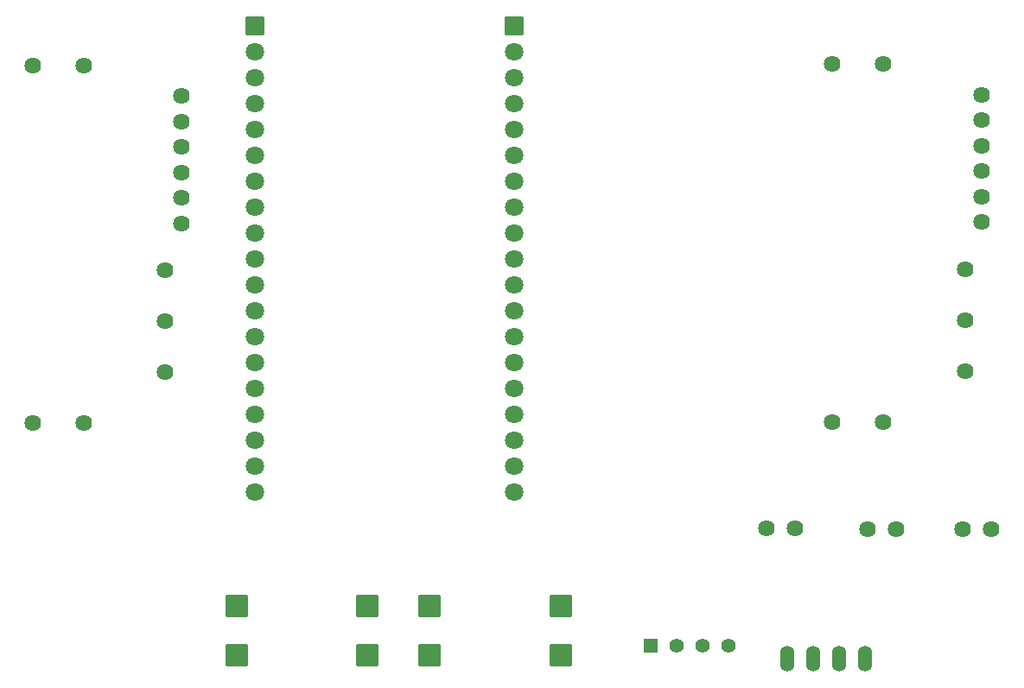
<source format=gbs>
G04 Layer: BottomSolderMaskLayer*
G04 EasyEDA v6.5.15, 2022-09-06 17:38:20*
G04 Gerber Generator version 0.2*
G04 Scale: 100 percent, Rotated: No, Reflected: No *
G04 Dimensions in millimeters *
G04 leading zeros omitted , absolute positions ,4 integer and 5 decimal *
%FSLAX45Y45*%
%MOMM*%

%AMMACRO1*1,1,$1,$2,$3*1,1,$1,$4,$5*1,1,$1,0-$2,0-$3*1,1,$1,0-$4,0-$5*20,1,$1,$2,$3,$4,$5,0*20,1,$1,$4,$5,0-$2,0-$3,0*20,1,$1,0-$2,0-$3,0-$4,0-$5,0*20,1,$1,0-$4,0-$5,$2,$3,0*4,1,4,$2,$3,$4,$5,0-$2,0-$3,0-$4,0-$5,$2,$3,0*%
%ADD10MACRO1,0.1016X-0.654X0.6541X0.654X0.6541*%
%ADD11C,1.4097*%
%ADD12C,1.8016*%
%ADD13MACRO1,0.1016X0.85X-0.85X-0.85X-0.85*%
%ADD14C,1.6256*%
%ADD15MACRO1,0.2032X-1X1X1X1*%
%ADD16O,1.39954X2.51968*%

%LPD*%
D10*
G01*
X9886414Y-582650D03*
D11*
G01*
X10140414Y-582650D03*
G01*
X10394414Y-582650D03*
G01*
X10648414Y-582650D03*
D12*
G01*
X8546614Y5246662D03*
G01*
X8546614Y4992662D03*
G01*
X8546614Y4738662D03*
G01*
X8546614Y4484662D03*
G01*
X8546614Y4230662D03*
G01*
X8546614Y3976662D03*
G01*
X8546614Y3722662D03*
G01*
X8546614Y3468662D03*
G01*
X8546614Y3214662D03*
G01*
X8546614Y2960662D03*
G01*
X8546614Y2706662D03*
G01*
X8546614Y2452662D03*
G01*
X8546614Y2198662D03*
G01*
X8546614Y1944662D03*
G01*
X8546614Y1690662D03*
G01*
X6006614Y4992662D03*
G01*
X6006614Y4738662D03*
G01*
X6006614Y4484662D03*
G01*
X6006614Y4230662D03*
G01*
X6006614Y3976662D03*
G01*
X6006614Y3722662D03*
G01*
X6006614Y3468662D03*
G01*
X6006614Y3214662D03*
G01*
X6006614Y2960662D03*
G01*
X6006614Y2706662D03*
G01*
X6006614Y2452662D03*
G01*
X6006614Y2198662D03*
G01*
X6006614Y1944662D03*
G01*
X6006614Y1690662D03*
G01*
X6006614Y5246662D03*
G01*
X8546614Y1436662D03*
G01*
X8546614Y1182662D03*
D13*
G01*
X8546602Y5500649D03*
G01*
X6006602Y5500649D03*
D12*
G01*
X6006614Y1436662D03*
G01*
X6006614Y1182662D03*
G01*
X8546614Y928662D03*
G01*
X6006614Y928662D03*
D14*
G01*
X4329887Y5109108D03*
G01*
X3829888Y5109108D03*
G01*
X4329887Y1599107D03*
G01*
X3829888Y1599107D03*
G01*
X5129911Y2099106D03*
G01*
X5129911Y2599105D03*
G01*
X5129911Y3099104D03*
G01*
X5289905Y4809109D03*
G01*
X5289905Y4559096D03*
G01*
X5289905Y4309110D03*
G01*
X5289905Y4059097D03*
G01*
X5289905Y3809111D03*
G01*
X5289905Y3559098D03*
G01*
X12165302Y5123357D03*
G01*
X11665303Y5123357D03*
G01*
X12165302Y1613357D03*
G01*
X11665303Y1613357D03*
G01*
X12965325Y2113356D03*
G01*
X12965325Y2613355D03*
G01*
X12965325Y3113354D03*
G01*
X13125320Y4823358D03*
G01*
X13125320Y4573346D03*
G01*
X13125320Y4323359D03*
G01*
X13125320Y4073347D03*
G01*
X13125320Y3823360D03*
G01*
X13125320Y3573348D03*
G01*
X11303000Y571500D03*
G01*
X11023600Y571500D03*
G01*
X12293600Y558800D03*
G01*
X12014200Y558800D03*
G01*
X13220700Y558800D03*
G01*
X12941300Y558800D03*
D15*
G01*
X7111514Y-671550D03*
G01*
X7111514Y-188950D03*
G01*
X5828814Y-188950D03*
G01*
X5828814Y-671550D03*
G01*
X9003814Y-671550D03*
G01*
X9003814Y-188950D03*
G01*
X7721114Y-188950D03*
G01*
X7721114Y-671550D03*
D16*
G01*
X11226314Y-709650D03*
G01*
X11480314Y-709650D03*
G01*
X11734314Y-709650D03*
G01*
X11988314Y-709650D03*
M02*

</source>
